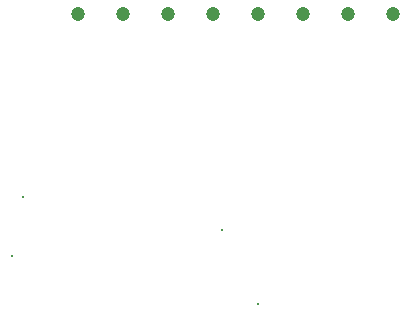
<source format=gbr>
%TF.GenerationSoftware,KiCad,Pcbnew,9.0.6*%
%TF.CreationDate,2025-11-17T15:03:21+03:00*%
%TF.ProjectId,TempControl4ch,54656d70-436f-46e7-9472-6f6c3463682e,rev?*%
%TF.SameCoordinates,Original*%
%TF.FileFunction,Plated,1,2,PTH,Drill*%
%TF.FilePolarity,Positive*%
%FSLAX46Y46*%
G04 Gerber Fmt 4.6, Leading zero omitted, Abs format (unit mm)*
G04 Created by KiCad (PCBNEW 9.0.6) date 2025-11-17 15:03:21*
%MOMM*%
%LPD*%
G01*
G04 APERTURE LIST*
%TA.AperFunction,ViaDrill*%
%ADD10C,0.300000*%
%TD*%
%TA.AperFunction,ComponentDrill*%
%ADD11C,1.200000*%
%TD*%
G04 APERTURE END LIST*
D10*
X124692000Y-84426500D03*
X125662500Y-79435200D03*
X142550000Y-82306700D03*
X145521900Y-88509800D03*
D11*
%TO.C,J1*%
X130330000Y-64000000D03*
X134140000Y-64000000D03*
X137950000Y-64000000D03*
X141760000Y-64000000D03*
X145570000Y-64000000D03*
X149380000Y-64000000D03*
X153190000Y-64000000D03*
X157000000Y-64000000D03*
M02*

</source>
